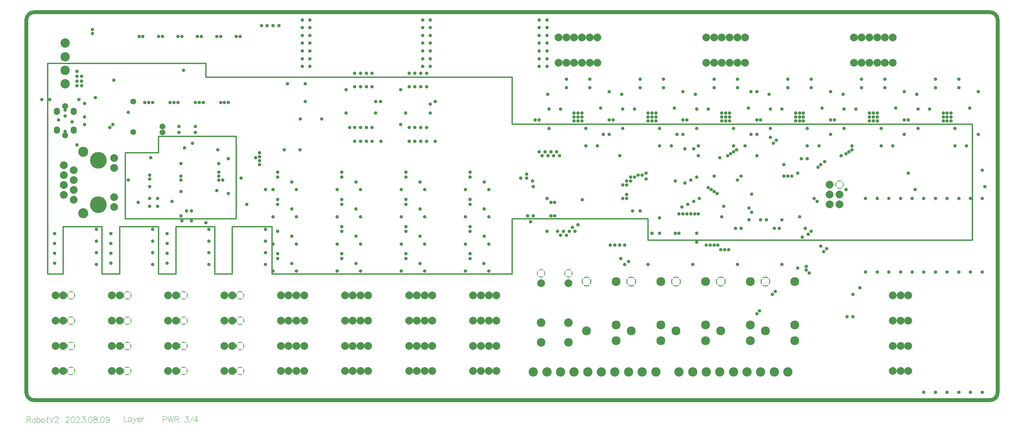
<source format=gbr>
G04*
G04 #@! TF.GenerationSoftware,Altium Limited,Altium Designer,23.8.1 (32)*
G04*
G04 Layer_Physical_Order=3*
G04 Layer_Color=128*
%FSLAX44Y44*%
%MOMM*%
G71*
G04*
G04 #@! TF.SameCoordinates,F21A4230-7023-44C8-9C34-A26C4C793EA4*
G04*
G04*
G04 #@! TF.FilePolarity,Negative*
G04*
G01*
G75*
%ADD21C,0.1000*%
%ADD102C,0.3000*%
%ADD115C,1.0160*%
%ADD116C,2.0000*%
G04:AMPARAMS|DCode=117|XSize=2.2mm|YSize=2.2mm|CornerRadius=0mm|HoleSize=0mm|Usage=FLASHONLY|Rotation=0.000|XOffset=0mm|YOffset=0mm|HoleType=Round|Shape=Relief|Width=0.3mm|Gap=0.2mm|Entries=4|*
%AMTHD117*
7,0,0,2.2000,1.8000,0.3000,45*
%
%ADD117THD117*%
%ADD118C,2.2000*%
%ADD119C,1.5000*%
%ADD120C,2.4000*%
%ADD122C,2.3000*%
%ADD123C,4.3000*%
%ADD125C,1.5500*%
%ADD126O,1.6000X1.9000*%
%ADD127C,0.9000*%
G04:AMPARAMS|DCode=128|XSize=2.5mm|YSize=2.5mm|CornerRadius=0mm|HoleSize=0mm|Usage=FLASHONLY|Rotation=0.000|XOffset=0mm|YOffset=0mm|HoleType=Round|Shape=Relief|Width=0.3mm|Gap=0.2mm|Entries=4|*
%AMTHD128*
7,0,0,2.5000,2.1000,0.3000,45*
%
%ADD128THD128*%
%ADD129C,2.6000*%
D21*
X-899000Y-549286D02*
X-892573D01*
X-890431Y-548572D01*
X-889716Y-547858D01*
X-889002Y-546429D01*
Y-544287D01*
X-889716Y-542859D01*
X-890431Y-542145D01*
X-892573Y-541430D01*
X-899000D01*
Y-556427D01*
X-885646Y-541430D02*
X-882075Y-556427D01*
X-878504Y-541430D02*
X-882075Y-556427D01*
X-878504Y-541430D02*
X-874934Y-556427D01*
X-871363Y-541430D02*
X-874934Y-556427D01*
X-868364Y-541430D02*
Y-556427D01*
Y-541430D02*
X-861937D01*
X-859794Y-542145D01*
X-859080Y-542859D01*
X-858366Y-544287D01*
Y-545715D01*
X-859080Y-547144D01*
X-859794Y-547858D01*
X-861937Y-548572D01*
X-868364D01*
X-863365D02*
X-858366Y-556427D01*
X-841798Y-541430D02*
X-833943D01*
X-838227Y-547144D01*
X-836085D01*
X-834657Y-547858D01*
X-833943Y-548572D01*
X-833228Y-550714D01*
Y-552142D01*
X-833943Y-554285D01*
X-835371Y-555713D01*
X-837513Y-556427D01*
X-839656D01*
X-841798Y-555713D01*
X-842512Y-554999D01*
X-843226Y-553571D01*
X-829872Y-558570D02*
X-819874Y-541430D01*
X-811733D02*
X-818874Y-551428D01*
X-808162D01*
X-811733Y-541430D02*
Y-556427D01*
X1250000Y480000D02*
G03*
X1230000Y500000I-20000J0D01*
G01*
X1230000Y-500000D02*
G03*
X1250000Y-480000I0J20000D01*
G01*
X-1230000Y500000D02*
G03*
X-1250000Y480000I0J-20000D01*
G01*
X-1249910Y-480090D02*
G03*
X-1230000Y-499910I19910J90D01*
G01*
X1250000Y-480000D02*
Y480000D01*
X-1230000Y500000D02*
X1230000D01*
X-1230000Y-500000D02*
X1230000D01*
X-1249910Y-480090D02*
Y480090D01*
X-1148286Y-546072D02*
Y-545358D01*
X-1147572Y-543930D01*
X-1146858Y-543216D01*
X-1145429Y-542502D01*
X-1142573D01*
X-1141145Y-543216D01*
X-1140430Y-543930D01*
X-1139716Y-545358D01*
Y-546786D01*
X-1140430Y-548215D01*
X-1141859Y-550357D01*
X-1149000Y-557498D01*
X-1139002D01*
X-1131361Y-542502D02*
X-1133503Y-543216D01*
X-1134932Y-545358D01*
X-1135646Y-548929D01*
Y-551071D01*
X-1134932Y-554642D01*
X-1133503Y-556784D01*
X-1131361Y-557498D01*
X-1129933D01*
X-1127790Y-556784D01*
X-1126362Y-554642D01*
X-1125648Y-551071D01*
Y-548929D01*
X-1126362Y-545358D01*
X-1127790Y-543216D01*
X-1129933Y-542502D01*
X-1131361D01*
X-1121577Y-546072D02*
Y-545358D01*
X-1120863Y-543930D01*
X-1120149Y-543216D01*
X-1118721Y-542502D01*
X-1115864D01*
X-1114436Y-543216D01*
X-1113722Y-543930D01*
X-1113008Y-545358D01*
Y-546786D01*
X-1113722Y-548215D01*
X-1115150Y-550357D01*
X-1122291Y-557498D01*
X-1112294D01*
X-1107509Y-542502D02*
X-1099653D01*
X-1103938Y-548215D01*
X-1101796D01*
X-1100368Y-548929D01*
X-1099653Y-549643D01*
X-1098939Y-551785D01*
Y-553214D01*
X-1099653Y-555356D01*
X-1101082Y-556784D01*
X-1103224Y-557498D01*
X-1105367D01*
X-1107509Y-556784D01*
X-1108223Y-556070D01*
X-1108937Y-554642D01*
X-1094869Y-556070D02*
X-1095583Y-556784D01*
X-1094869Y-557498D01*
X-1094155Y-556784D01*
X-1094869Y-556070D01*
X-1086585Y-542502D02*
X-1088727Y-543216D01*
X-1090155Y-545358D01*
X-1090870Y-548929D01*
Y-551071D01*
X-1090155Y-554642D01*
X-1088727Y-556784D01*
X-1086585Y-557498D01*
X-1085157D01*
X-1083014Y-556784D01*
X-1081586Y-554642D01*
X-1080872Y-551071D01*
Y-548929D01*
X-1081586Y-545358D01*
X-1083014Y-543216D01*
X-1085157Y-542502D01*
X-1086585D01*
X-1073945D02*
X-1076087Y-543216D01*
X-1076801Y-544644D01*
Y-546072D01*
X-1076087Y-547500D01*
X-1074659Y-548215D01*
X-1071802Y-548929D01*
X-1069660Y-549643D01*
X-1068232Y-551071D01*
X-1067517Y-552500D01*
Y-554642D01*
X-1068232Y-556070D01*
X-1068946Y-556784D01*
X-1071088Y-557498D01*
X-1073945D01*
X-1076087Y-556784D01*
X-1076801Y-556070D01*
X-1077515Y-554642D01*
Y-552500D01*
X-1076801Y-551071D01*
X-1075373Y-549643D01*
X-1073231Y-548929D01*
X-1070374Y-548215D01*
X-1068946Y-547500D01*
X-1068232Y-546072D01*
Y-544644D01*
X-1068946Y-543216D01*
X-1071088Y-542502D01*
X-1073945D01*
X-1063447Y-556070D02*
X-1064161Y-556784D01*
X-1063447Y-557498D01*
X-1062733Y-556784D01*
X-1063447Y-556070D01*
X-1055163Y-542502D02*
X-1057305Y-543216D01*
X-1058734Y-545358D01*
X-1059448Y-548929D01*
Y-551071D01*
X-1058734Y-554642D01*
X-1057305Y-556784D01*
X-1055163Y-557498D01*
X-1053735D01*
X-1051592Y-556784D01*
X-1050164Y-554642D01*
X-1049450Y-551071D01*
Y-548929D01*
X-1050164Y-545358D01*
X-1051592Y-543216D01*
X-1053735Y-542502D01*
X-1055163D01*
X-1036810Y-547500D02*
X-1037524Y-549643D01*
X-1038952Y-551071D01*
X-1041095Y-551785D01*
X-1041809D01*
X-1043951Y-551071D01*
X-1045379Y-549643D01*
X-1046094Y-547500D01*
Y-546786D01*
X-1045379Y-544644D01*
X-1043951Y-543216D01*
X-1041809Y-542502D01*
X-1041095D01*
X-1038952Y-543216D01*
X-1037524Y-544644D01*
X-1036810Y-547500D01*
Y-551071D01*
X-1037524Y-554642D01*
X-1038952Y-556784D01*
X-1041095Y-557498D01*
X-1042523D01*
X-1044665Y-556784D01*
X-1045379Y-555356D01*
X-1249000Y-542502D02*
Y-557498D01*
Y-542502D02*
X-1242573D01*
X-1240430Y-543216D01*
X-1239716Y-543930D01*
X-1239002Y-545358D01*
Y-546786D01*
X-1239716Y-548215D01*
X-1240430Y-548929D01*
X-1242573Y-549643D01*
X-1249000D01*
X-1244001D02*
X-1239002Y-557498D01*
X-1232075Y-547500D02*
X-1233503Y-548215D01*
X-1234932Y-549643D01*
X-1235646Y-551785D01*
Y-553214D01*
X-1234932Y-555356D01*
X-1233503Y-556784D01*
X-1232075Y-557498D01*
X-1229933D01*
X-1228504Y-556784D01*
X-1227076Y-555356D01*
X-1226362Y-553214D01*
Y-551785D01*
X-1227076Y-549643D01*
X-1228504Y-548215D01*
X-1229933Y-547500D01*
X-1232075D01*
X-1223077Y-542502D02*
Y-557498D01*
Y-549643D02*
X-1221649Y-548215D01*
X-1220220Y-547500D01*
X-1218078D01*
X-1216650Y-548215D01*
X-1215221Y-549643D01*
X-1214507Y-551785D01*
Y-553214D01*
X-1215221Y-555356D01*
X-1216650Y-556784D01*
X-1218078Y-557498D01*
X-1220220D01*
X-1221649Y-556784D01*
X-1223077Y-555356D01*
X-1207723Y-547500D02*
X-1209151Y-548215D01*
X-1210580Y-549643D01*
X-1211294Y-551785D01*
Y-553214D01*
X-1210580Y-555356D01*
X-1209151Y-556784D01*
X-1207723Y-557498D01*
X-1205581D01*
X-1204153Y-556784D01*
X-1202724Y-555356D01*
X-1202010Y-553214D01*
Y-551785D01*
X-1202724Y-549643D01*
X-1204153Y-548215D01*
X-1205581Y-547500D01*
X-1207723D01*
X-1196583Y-542502D02*
Y-554642D01*
X-1195869Y-556784D01*
X-1194440Y-557498D01*
X-1193012D01*
X-1198725Y-547500D02*
X-1193726D01*
X-1190870Y-542502D02*
X-1185156Y-557498D01*
X-1179444Y-542502D02*
X-1185156Y-557498D01*
X-1176801Y-546072D02*
Y-545358D01*
X-1176087Y-543930D01*
X-1175373Y-543216D01*
X-1173945Y-542502D01*
X-1171088D01*
X-1169660Y-543216D01*
X-1168946Y-543930D01*
X-1168232Y-545358D01*
Y-546786D01*
X-1168946Y-548215D01*
X-1170374Y-550357D01*
X-1177515Y-557498D01*
X-1167517D01*
X-999000Y-540002D02*
Y-554999D01*
X-990430D01*
X-980218Y-545001D02*
Y-554999D01*
Y-547144D02*
X-981647Y-545715D01*
X-983075Y-545001D01*
X-985217D01*
X-986646Y-545715D01*
X-988074Y-547144D01*
X-988788Y-549286D01*
Y-550714D01*
X-988074Y-552856D01*
X-986646Y-554285D01*
X-985217Y-554999D01*
X-983075D01*
X-981647Y-554285D01*
X-980218Y-552856D01*
X-975505Y-545001D02*
X-971220Y-554999D01*
X-966936Y-545001D02*
X-971220Y-554999D01*
X-972648Y-557855D01*
X-974077Y-559284D01*
X-975505Y-559998D01*
X-976219D01*
X-964436Y-549286D02*
X-955866D01*
Y-547858D01*
X-956581Y-546429D01*
X-957295Y-545715D01*
X-958723Y-545001D01*
X-960865D01*
X-962294Y-545715D01*
X-963722Y-547144D01*
X-964436Y-549286D01*
Y-550714D01*
X-963722Y-552856D01*
X-962294Y-554285D01*
X-960865Y-554999D01*
X-958723D01*
X-957295Y-554285D01*
X-955866Y-552856D01*
X-952653Y-545001D02*
Y-554999D01*
Y-549286D02*
X-951939Y-547144D01*
X-950510Y-545715D01*
X-949082Y-545001D01*
X-946940D01*
D102*
X-1195000Y367500D02*
X-787500Y367500D01*
X1185000Y-87500D02*
Y211250D01*
X0D02*
X1185000D01*
X350000Y-87500D02*
X1185000D01*
X-765000Y-175000D02*
Y-52500D01*
X-865000D02*
X-765000D01*
X-1155000Y-175000D02*
Y-52500D01*
X-1010000Y-175000D02*
Y-52500D01*
X-865000Y-175000D02*
Y-52500D01*
X-720000Y-175000D02*
Y-52500D01*
X-1195000Y-175000D02*
X-1155000D01*
X-1055000D02*
X-1010000D01*
X-910000D02*
X-865000D01*
X-1155000Y-52500D02*
X-1055000D01*
X-1010000D02*
X-910000D01*
Y137500D02*
Y180000D01*
X-995000Y137500D02*
X-910000D01*
X-995000Y100000D02*
Y137500D01*
X-910000Y180000D02*
X-710000D01*
Y-32500D02*
Y180000D01*
X-995000Y-32500D02*
X-710000D01*
X-995000D02*
Y100000D01*
X350000Y-87500D02*
Y-32500D01*
X0D02*
X350000D01*
X0Y-175000D02*
Y-32500D01*
X-617500Y-175000D02*
X0D01*
X-617500D02*
Y-52500D01*
X-720000D02*
X-617500D01*
X-765000Y-175000D02*
X-720000D01*
X-910000D02*
Y-52500D01*
X-1055000Y-175000D02*
Y-52500D01*
X-1195000Y367500D02*
X-1195000Y-175000D01*
X-787500Y332500D02*
Y367500D01*
Y332500D02*
X0D01*
Y211250D02*
Y332500D01*
D115*
X-1249910Y-480090D02*
G03*
X-1230000Y-499910I19910J90D01*
G01*
X1250000Y480000D02*
G03*
X1230000Y500000I-20000J0D01*
G01*
X-1230000Y500000D02*
G03*
X-1250000Y480000I0J-20000D01*
G01*
X1230000Y-500000D02*
G03*
X1250000Y-480000I0J20000D01*
G01*
X-1249910Y-480090D02*
Y480090D01*
X-1250000Y480000D02*
X-1249910Y480090D01*
X-1230000Y500000D02*
X1230000D01*
X1250000Y-480000D02*
X1250000Y480000D01*
X-1230000Y-500000D02*
X1230000D01*
X-1230000D02*
Y-499910D01*
D116*
X-865000Y-230000D02*
D03*
X-885000D02*
D03*
X-865000Y-295000D02*
D03*
X-885000D02*
D03*
X-865000Y-360000D02*
D03*
X-885000D02*
D03*
X-865000Y-425000D02*
D03*
X-885000D02*
D03*
X-1175000Y-425000D02*
D03*
X-1155000D02*
D03*
X-1175000Y-360000D02*
D03*
X-1155000D02*
D03*
X-1175000Y-295000D02*
D03*
X-1155000D02*
D03*
X-1175000Y-230000D02*
D03*
X-1155000D02*
D03*
X-720000D02*
D03*
X-740000D02*
D03*
X-720000Y-295000D02*
D03*
X-740000D02*
D03*
X-720000Y-360000D02*
D03*
X-740000D02*
D03*
X-720000Y-425000D02*
D03*
X-740000D02*
D03*
X-1030000D02*
D03*
X-1010000D02*
D03*
X-1030000Y-360000D02*
D03*
X-1010000D02*
D03*
X-1030000Y-295000D02*
D03*
X-1010000D02*
D03*
X-1030000Y-230000D02*
D03*
X-1010000D02*
D03*
X1020000D02*
D03*
X1000000D02*
D03*
X980000D02*
D03*
X1020000Y-295000D02*
D03*
X1000000D02*
D03*
X980000D02*
D03*
X1020000Y-360000D02*
D03*
X1000000D02*
D03*
X980000D02*
D03*
X1020000Y-425000D02*
D03*
X1000000D02*
D03*
X980000D02*
D03*
X842700Y30000D02*
D03*
X817300D02*
D03*
X842700Y4600D02*
D03*
X817300D02*
D03*
Y55400D02*
D03*
X145000Y-198400D02*
D03*
X-1153823Y105400D02*
D03*
Y80000D02*
D03*
Y54600D02*
D03*
Y29200D02*
D03*
X-1128423Y16500D02*
D03*
Y41900D02*
D03*
Y67300D02*
D03*
Y92700D02*
D03*
X-1023823Y-2300D02*
D03*
Y23100D02*
D03*
Y98800D02*
D03*
Y124200D02*
D03*
X-100000Y-230000D02*
D03*
X-100000Y-295000D02*
D03*
X-100000Y-360000D02*
D03*
X-100000Y-425000D02*
D03*
X-40000Y-230000D02*
D03*
X-60000D02*
D03*
X-80000D02*
D03*
X-40000Y-295000D02*
D03*
X-60000D02*
D03*
X-80000D02*
D03*
X-40000Y-360000D02*
D03*
X-60000D02*
D03*
X-80000D02*
D03*
X-40000Y-425000D02*
D03*
X-60000D02*
D03*
X-80000D02*
D03*
X600000Y435000D02*
D03*
X600000Y370000D02*
D03*
X560000Y435000D02*
D03*
X540000D02*
D03*
X580000D02*
D03*
X520000D02*
D03*
X560000Y370000D02*
D03*
X540000D02*
D03*
X580000D02*
D03*
X520000D02*
D03*
X500000Y435000D02*
D03*
X500000Y370000D02*
D03*
X980000Y435000D02*
D03*
X980000Y370000D02*
D03*
X940000Y435000D02*
D03*
X920000D02*
D03*
X960000D02*
D03*
X900000D02*
D03*
X940000Y370000D02*
D03*
X920000D02*
D03*
X960000D02*
D03*
X900000D02*
D03*
X880000Y435000D02*
D03*
X880000Y370000D02*
D03*
X120000D02*
D03*
X120000Y435000D02*
D03*
X140000Y370000D02*
D03*
X200000D02*
D03*
X160000D02*
D03*
X180000D02*
D03*
X140000Y435000D02*
D03*
X200000D02*
D03*
X160000D02*
D03*
X180000D02*
D03*
X220000Y370000D02*
D03*
X220000Y435000D02*
D03*
X-595000Y-230000D02*
D03*
X-595000Y-295000D02*
D03*
X-595000Y-360000D02*
D03*
X-595000Y-425000D02*
D03*
X-535000Y-230000D02*
D03*
X-555000D02*
D03*
X-575000D02*
D03*
X-535000Y-295000D02*
D03*
X-555000D02*
D03*
X-575000D02*
D03*
X-535000Y-360000D02*
D03*
X-555000D02*
D03*
X-575000D02*
D03*
X-535000Y-425000D02*
D03*
X-555000D02*
D03*
X-575000D02*
D03*
X-245000D02*
D03*
X-225000D02*
D03*
X-205000D02*
D03*
X-245000Y-360000D02*
D03*
X-225000D02*
D03*
X-205000D02*
D03*
X-245000Y-295000D02*
D03*
X-225000D02*
D03*
X-205000D02*
D03*
X-245000Y-230000D02*
D03*
X-225000D02*
D03*
X-205000D02*
D03*
X-265000Y-425000D02*
D03*
X-265000Y-360000D02*
D03*
X-265000Y-295000D02*
D03*
X-265000Y-230000D02*
D03*
X-430000D02*
D03*
X-430000Y-295000D02*
D03*
X-430000Y-360000D02*
D03*
X-430000Y-425000D02*
D03*
X-370000Y-230000D02*
D03*
X-390000D02*
D03*
X-410000D02*
D03*
X-370000Y-295000D02*
D03*
X-390000D02*
D03*
X-410000D02*
D03*
X-370000Y-360000D02*
D03*
X-390000D02*
D03*
X-410000D02*
D03*
X-370000Y-425000D02*
D03*
X-390000D02*
D03*
X-410000D02*
D03*
X75000Y-198400D02*
D03*
D117*
X-845000Y-230000D02*
D03*
X-845000Y-295000D02*
D03*
X-845000Y-360000D02*
D03*
X-845000Y-425000D02*
D03*
X-1135000Y-425000D02*
D03*
X-1135000Y-360000D02*
D03*
X-1135000Y-295000D02*
D03*
X-1135000Y-230000D02*
D03*
X-700000D02*
D03*
X-700000Y-295000D02*
D03*
X-700000Y-360000D02*
D03*
X-700000Y-425000D02*
D03*
X-990000D02*
D03*
X-990000Y-360000D02*
D03*
X-990000Y-295000D02*
D03*
X-990000Y-230000D02*
D03*
X842700Y55400D02*
D03*
X145000Y-173000D02*
D03*
X75000D02*
D03*
D118*
X145000Y-350800D02*
D03*
Y-300000D02*
D03*
X75000D02*
D03*
Y-350800D02*
D03*
D119*
X-975000Y190548D02*
D03*
X-900000Y190000D02*
D03*
Y205000D02*
D03*
X-975000Y270000D02*
D03*
D120*
X-1150000Y420000D02*
D03*
Y385000D02*
D03*
Y350000D02*
D03*
Y315000D02*
D03*
X55000Y-427500D02*
D03*
X300000D02*
D03*
X90000D02*
D03*
X195000D02*
D03*
X265000D02*
D03*
X370000D02*
D03*
X125000D02*
D03*
X160000D02*
D03*
X230000D02*
D03*
X335000D02*
D03*
X675000D02*
D03*
X430000D02*
D03*
X465000D02*
D03*
X500000D02*
D03*
X535000D02*
D03*
X570000D02*
D03*
X605000D02*
D03*
X640000D02*
D03*
X710000D02*
D03*
D122*
X728001Y-306401D02*
D03*
Y-346401D02*
D03*
Y-194001D02*
D03*
X652001Y-321001D02*
D03*
X498001Y-306401D02*
D03*
Y-346401D02*
D03*
Y-194001D02*
D03*
X422001Y-321001D02*
D03*
X307001D02*
D03*
X383001Y-194001D02*
D03*
Y-346401D02*
D03*
Y-306401D02*
D03*
X192001Y-321001D02*
D03*
X268001Y-194001D02*
D03*
Y-346401D02*
D03*
Y-306401D02*
D03*
X537001Y-321001D02*
D03*
X613001Y-194001D02*
D03*
Y-346401D02*
D03*
Y-306401D02*
D03*
D123*
X-1064923Y118100D02*
D03*
Y3800D02*
D03*
D125*
X-1150000Y257500D02*
D03*
Y182500D02*
D03*
D126*
X-1128500Y244000D02*
D03*
X-1171500D02*
D03*
X-1128500Y196000D02*
D03*
X-1171500D02*
D03*
D127*
X1060000Y-480000D02*
D03*
X1090000D02*
D03*
X1120000D02*
D03*
X1150000D02*
D03*
X1180000D02*
D03*
X1210000D02*
D03*
X90000Y480000D02*
D03*
X1210000Y-170000D02*
D03*
X1180000D02*
D03*
X1150000D02*
D03*
X1120000D02*
D03*
X1090000D02*
D03*
X1060000D02*
D03*
X1030000D02*
D03*
X1000000D02*
D03*
X970000D02*
D03*
X940000D02*
D03*
X910000D02*
D03*
X1210000Y20000D02*
D03*
X1180000D02*
D03*
X1150000D02*
D03*
X1120000D02*
D03*
X1090000D02*
D03*
X1060000D02*
D03*
X1030000D02*
D03*
X1000000D02*
D03*
X970000D02*
D03*
X940000D02*
D03*
X910000D02*
D03*
X877500Y-285000D02*
D03*
X862500D02*
D03*
X802500Y-117500D02*
D03*
X810000Y-110000D02*
D03*
X795000Y-102500D02*
D03*
X637500Y-270000D02*
D03*
X630000Y-277500D02*
D03*
X877500Y-227500D02*
D03*
X785000Y12500D02*
D03*
X777500Y20000D02*
D03*
X867500Y140000D02*
D03*
X670000Y-227500D02*
D03*
X677500Y-220000D02*
D03*
X895000Y-210000D02*
D03*
X557500Y-112500D02*
D03*
X547500Y-112500D02*
D03*
X537500Y-112500D02*
D03*
X530000Y-100000D02*
D03*
X875000Y155000D02*
D03*
Y145000D02*
D03*
X860000Y135000D02*
D03*
X577500Y145000D02*
D03*
X570000Y140000D02*
D03*
X562500Y135000D02*
D03*
X555000Y130000D02*
D03*
X535000Y125000D02*
D03*
X467500Y147500D02*
D03*
X475000Y-92500D02*
D03*
X540000Y-27500D02*
D03*
X160000Y240000D02*
D03*
Y230000D02*
D03*
Y220000D02*
D03*
X170000D02*
D03*
X180000D02*
D03*
Y230000D02*
D03*
Y240000D02*
D03*
X170000D02*
D03*
Y230000D02*
D03*
X847500Y130000D02*
D03*
X630000D02*
D03*
X680000Y170000D02*
D03*
X672500Y162500D02*
D03*
X665000Y177500D02*
D03*
X445000Y147500D02*
D03*
X-1080000Y445000D02*
D03*
Y455000D02*
D03*
X-815000Y205000D02*
D03*
Y190000D02*
D03*
X-1025000Y325000D02*
D03*
X-1190000Y275000D02*
D03*
X70000Y222500D02*
D03*
X60000D02*
D03*
X-930000Y125000D02*
D03*
X-757500Y145000D02*
D03*
X-230000Y480000D02*
D03*
Y460000D02*
D03*
Y440000D02*
D03*
Y420000D02*
D03*
Y400000D02*
D03*
Y380000D02*
D03*
Y360000D02*
D03*
X-210000D02*
D03*
Y380000D02*
D03*
Y400000D02*
D03*
Y420000D02*
D03*
Y440000D02*
D03*
Y460000D02*
D03*
Y480000D02*
D03*
X70000Y360000D02*
D03*
Y380000D02*
D03*
Y400000D02*
D03*
Y420000D02*
D03*
Y440000D02*
D03*
Y460000D02*
D03*
Y480000D02*
D03*
X-520000D02*
D03*
Y460000D02*
D03*
Y440000D02*
D03*
Y420000D02*
D03*
Y400000D02*
D03*
Y380000D02*
D03*
Y360000D02*
D03*
X-540000D02*
D03*
X90000D02*
D03*
Y380000D02*
D03*
Y400000D02*
D03*
Y420000D02*
D03*
Y440000D02*
D03*
Y460000D02*
D03*
X-540000Y380000D02*
D03*
Y400000D02*
D03*
Y420000D02*
D03*
Y440000D02*
D03*
Y460000D02*
D03*
Y480000D02*
D03*
X700000Y107500D02*
D03*
X745000Y122500D02*
D03*
X760000D02*
D03*
X277500Y130000D02*
D03*
X787500Y100000D02*
D03*
X795000Y107500D02*
D03*
X805000Y115000D02*
D03*
X860000Y42500D02*
D03*
X735000Y85000D02*
D03*
X580000Y67500D02*
D03*
X520000Y77500D02*
D03*
X770000Y-65000D02*
D03*
X1037500Y42500D02*
D03*
X1217500Y50000D02*
D03*
X762500Y-72500D02*
D03*
X590000Y77500D02*
D03*
X755000Y-57500D02*
D03*
X1210000Y92500D02*
D03*
X1020000Y85000D02*
D03*
X662000Y288000D02*
D03*
X747500Y-80000D02*
D03*
X720000Y77500D02*
D03*
X740000Y-27500D02*
D03*
X710000Y77500D02*
D03*
X700000D02*
D03*
X380000Y-30000D02*
D03*
X615000Y295000D02*
D03*
X735000Y-160000D02*
D03*
X757500Y-165000D02*
D03*
Y-155000D02*
D03*
X765000Y-172500D02*
D03*
X675000Y-57500D02*
D03*
X687500D02*
D03*
X695000Y-35000D02*
D03*
X655000D02*
D03*
X430000Y-20000D02*
D03*
X440000Y-20000D02*
D03*
X450000Y-20000D02*
D03*
X460000D02*
D03*
X470000D02*
D03*
X480000D02*
D03*
X420000Y-70000D02*
D03*
X430000D02*
D03*
X520000Y-100000D02*
D03*
X510000D02*
D03*
X500000Y-100000D02*
D03*
X590000Y-57500D02*
D03*
X575000D02*
D03*
X545000Y0D02*
D03*
X617000Y-15500D02*
D03*
Y30500D02*
D03*
X527500Y32500D02*
D03*
X452500Y5000D02*
D03*
X295000Y55000D02*
D03*
X330000Y-12500D02*
D03*
X345000Y85000D02*
D03*
X300000Y-142500D02*
D03*
X295000Y20000D02*
D03*
X505000Y47500D02*
D03*
X460000Y67500D02*
D03*
X295000Y65000D02*
D03*
X285000Y55000D02*
D03*
X520000Y37500D02*
D03*
X437500Y-2500D02*
D03*
X295000Y30000D02*
D03*
X325000Y80000D02*
D03*
X310000Y-12500D02*
D03*
X420000Y65000D02*
D03*
X467500Y12500D02*
D03*
X285000Y20000D02*
D03*
X480000Y130000D02*
D03*
X315000Y75000D02*
D03*
X280000Y-135000D02*
D03*
X305000Y65000D02*
D03*
X482500Y20000D02*
D03*
X305000Y75000D02*
D03*
X290000Y-150000D02*
D03*
X512500Y42500D02*
D03*
X475000Y75000D02*
D03*
X445000Y60000D02*
D03*
X335000Y80000D02*
D03*
X615000Y185000D02*
D03*
X480000Y155000D02*
D03*
X425000Y185000D02*
D03*
X235000D02*
D03*
X475000Y-70000D02*
D03*
X90000Y-65000D02*
D03*
Y20000D02*
D03*
X100000Y10000D02*
D03*
Y-25000D02*
D03*
X110000Y10000D02*
D03*
Y-25000D02*
D03*
X380000Y-70000D02*
D03*
X695000Y-150000D02*
D03*
X580000D02*
D03*
X465000D02*
D03*
X350000D02*
D03*
X170000Y-47500D02*
D03*
X162500Y-65000D02*
D03*
X155000Y-55000D02*
D03*
X147500Y-65000D02*
D03*
X252500Y-100000D02*
D03*
X140000Y-75000D02*
D03*
X125000D02*
D03*
X132500Y-65000D02*
D03*
X117500D02*
D03*
X360000Y-70000D02*
D03*
X47500Y-40000D02*
D03*
X55000Y-25000D02*
D03*
X40000D02*
D03*
X52500Y65000D02*
D03*
X55000Y50000D02*
D03*
X37500Y82500D02*
D03*
X22500Y72500D02*
D03*
X37500D02*
D03*
X85000Y139986D02*
D03*
X70000Y139986D02*
D03*
X107500Y129986D02*
D03*
X122500Y130000D02*
D03*
X100000Y139986D02*
D03*
X92500Y129986D02*
D03*
X77500D02*
D03*
X115000Y140000D02*
D03*
X-635000Y42500D02*
D03*
X290000Y-100000D02*
D03*
X277500D02*
D03*
X265000D02*
D03*
X640000Y-35000D02*
D03*
X610000D02*
D03*
X610000Y-5000D02*
D03*
X180549Y16626D02*
D03*
X345000Y70000D02*
D03*
X1200000Y185000D02*
D03*
X-60000Y-167500D02*
D03*
X-450000D02*
D03*
X-237000Y-147500D02*
D03*
X-72000D02*
D03*
X-108000Y-122500D02*
D03*
Y-135000D02*
D03*
X-60000Y42500D02*
D03*
X-120000D02*
D03*
Y-27500D02*
D03*
X-60000D02*
D03*
X-120000Y-97500D02*
D03*
X-60000D02*
D03*
X-120000Y-167500D02*
D03*
X-71925Y-77500D02*
D03*
X-108075Y-65000D02*
D03*
Y-52500D02*
D03*
Y5000D02*
D03*
Y17500D02*
D03*
Y75000D02*
D03*
Y87500D02*
D03*
X-71925Y-7500D02*
D03*
Y62500D02*
D03*
X-225000Y42500D02*
D03*
X-285000D02*
D03*
Y-27500D02*
D03*
X-225000D02*
D03*
X-285000Y-97500D02*
D03*
X-225000D02*
D03*
X-285000Y-167500D02*
D03*
X-236925Y-77500D02*
D03*
X-273075Y-135000D02*
D03*
Y-122500D02*
D03*
X-225000Y-167500D02*
D03*
X-273075Y-65000D02*
D03*
Y-52500D02*
D03*
Y5000D02*
D03*
Y17500D02*
D03*
Y75000D02*
D03*
Y87500D02*
D03*
X-236925Y-7500D02*
D03*
Y62500D02*
D03*
X-390000Y42500D02*
D03*
X-450000D02*
D03*
Y-27500D02*
D03*
X-390000D02*
D03*
X-450000Y-97500D02*
D03*
X-390000D02*
D03*
X-401925Y-147500D02*
D03*
Y-77500D02*
D03*
X-438075Y-135000D02*
D03*
Y-122500D02*
D03*
X-390000Y-167500D02*
D03*
X-438075Y-65000D02*
D03*
Y-52500D02*
D03*
Y5000D02*
D03*
Y17500D02*
D03*
Y75000D02*
D03*
Y87500D02*
D03*
X-401925Y-7500D02*
D03*
Y62500D02*
D03*
X-566925D02*
D03*
Y-7500D02*
D03*
X-603075Y87500D02*
D03*
Y75000D02*
D03*
Y17500D02*
D03*
Y5000D02*
D03*
Y-65000D02*
D03*
X-555000Y-167500D02*
D03*
X-603075Y-122500D02*
D03*
Y-135000D02*
D03*
X-566925Y-77500D02*
D03*
Y-147500D02*
D03*
X-615000Y-167500D02*
D03*
X-555000Y-97500D02*
D03*
X-615000D02*
D03*
X-555000Y-27500D02*
D03*
X-615000D02*
D03*
Y42500D02*
D03*
X-555000D02*
D03*
X-950000Y437500D02*
D03*
X-900000D02*
D03*
X-850000D02*
D03*
X-800000D02*
D03*
X-750000D02*
D03*
X-700000D02*
D03*
X-710000D02*
D03*
X-760000D02*
D03*
X-810000D02*
D03*
X-860000D02*
D03*
X-960000D02*
D03*
X-910000D02*
D03*
X1010000Y222500D02*
D03*
X1020000D02*
D03*
X1045000Y250000D02*
D03*
Y200000D02*
D03*
X1075000Y250000D02*
D03*
X1140000Y200000D02*
D03*
X1090000Y327500D02*
D03*
X1150000D02*
D03*
Y305000D02*
D03*
X1090000D02*
D03*
X1042000Y288000D02*
D03*
X1178000Y253000D02*
D03*
X1140000Y155000D02*
D03*
X1170000D02*
D03*
X1200000Y295000D02*
D03*
X820000Y222500D02*
D03*
X830000D02*
D03*
X855000Y250000D02*
D03*
Y200000D02*
D03*
X885000Y250000D02*
D03*
X950000Y200000D02*
D03*
X900000Y327500D02*
D03*
X960000D02*
D03*
Y305000D02*
D03*
X900000D02*
D03*
X852000Y288000D02*
D03*
X988000Y253000D02*
D03*
X950000Y155000D02*
D03*
X980000D02*
D03*
X1010000Y185000D02*
D03*
Y295000D02*
D03*
X630000Y222500D02*
D03*
X640000D02*
D03*
X665000Y250000D02*
D03*
Y200000D02*
D03*
X695000Y250000D02*
D03*
X760000Y200000D02*
D03*
X710000Y327500D02*
D03*
X770000D02*
D03*
Y305000D02*
D03*
X710000D02*
D03*
X798000Y253000D02*
D03*
X760000Y155000D02*
D03*
X790000D02*
D03*
X820000Y185000D02*
D03*
Y295000D02*
D03*
X440000Y222500D02*
D03*
X450000D02*
D03*
X475000Y250000D02*
D03*
Y200000D02*
D03*
X505000Y250000D02*
D03*
X570000Y200000D02*
D03*
X520000Y327500D02*
D03*
X580000D02*
D03*
Y305000D02*
D03*
X520000D02*
D03*
X472000Y288000D02*
D03*
X608000Y253000D02*
D03*
X570000Y155000D02*
D03*
X600000D02*
D03*
X630000Y185000D02*
D03*
Y295000D02*
D03*
X250000Y222500D02*
D03*
X260000D02*
D03*
X285000Y250000D02*
D03*
Y200000D02*
D03*
X315000Y250000D02*
D03*
X380000Y200000D02*
D03*
X330000Y327500D02*
D03*
X390000D02*
D03*
Y305000D02*
D03*
X330000D02*
D03*
X282000Y288000D02*
D03*
X418000Y253000D02*
D03*
X380000Y155000D02*
D03*
X410000D02*
D03*
X440000Y185000D02*
D03*
Y295000D02*
D03*
X250000D02*
D03*
Y185000D02*
D03*
X220000Y155000D02*
D03*
X190000D02*
D03*
X228000Y253000D02*
D03*
X92000Y288000D02*
D03*
X140000Y305000D02*
D03*
X200000D02*
D03*
Y327500D02*
D03*
X140000D02*
D03*
X190000Y200000D02*
D03*
X125000Y250000D02*
D03*
X95000Y200000D02*
D03*
Y250000D02*
D03*
X-845000Y350000D02*
D03*
X-1072499Y279449D02*
D03*
X-1115000Y275000D02*
D03*
X-1210000Y275000D02*
D03*
X-635000Y-60000D02*
D03*
Y-90000D02*
D03*
Y-120000D02*
D03*
Y-150000D02*
D03*
X-780000Y-60000D02*
D03*
Y-90000D02*
D03*
Y-120000D02*
D03*
Y-150000D02*
D03*
X-925000Y-60000D02*
D03*
Y-90000D02*
D03*
Y-120000D02*
D03*
Y-150000D02*
D03*
X-1070000D02*
D03*
X-682500Y5000D02*
D03*
X-697500Y72500D02*
D03*
X-730000Y32500D02*
D03*
X-932500Y20000D02*
D03*
Y80000D02*
D03*
Y50000D02*
D03*
Y70000D02*
D03*
X-962500Y10000D02*
D03*
X-987500Y67500D02*
D03*
X-1100000Y230000D02*
D03*
Y210000D02*
D03*
Y265000D02*
D03*
X-1120000Y157500D02*
D03*
X-1132500Y217500D02*
D03*
X-1150000Y247500D02*
D03*
Y192500D02*
D03*
Y232500D02*
D03*
X-1167500Y222500D02*
D03*
X-912500Y20000D02*
D03*
X-932500Y0D02*
D03*
X-912500Y-0D02*
D03*
X-822500Y162500D02*
D03*
X-730000Y122500D02*
D03*
X-755000Y110000D02*
D03*
Y87500D02*
D03*
Y77500D02*
D03*
Y67500D02*
D03*
X-745000D02*
D03*
X-852500Y77500D02*
D03*
X-850000Y-37500D02*
D03*
X-825000D02*
D03*
X-650000Y137500D02*
D03*
Y127500D02*
D03*
Y117500D02*
D03*
Y107500D02*
D03*
X-250000Y202500D02*
D03*
X-265000D02*
D03*
X-235000D02*
D03*
X-220000D02*
D03*
X-265000Y167500D02*
D03*
X-250000D02*
D03*
X-235000D02*
D03*
X-220000D02*
D03*
X-197500D02*
D03*
X-265000Y307500D02*
D03*
X-250000D02*
D03*
X-235000D02*
D03*
X-220000D02*
D03*
X-426951Y240000D02*
D03*
X-274252D02*
D03*
X-350751D02*
D03*
X-210752D02*
D03*
X-286952Y210000D02*
D03*
X-350751Y270000D02*
D03*
X-338051D02*
D03*
X-210751Y262500D02*
D03*
X-198051Y270000D02*
D03*
X-337500Y167500D02*
D03*
X-360000D02*
D03*
X-375000D02*
D03*
X-390000D02*
D03*
X-405000D02*
D03*
Y307500D02*
D03*
X-390000D02*
D03*
X-375000D02*
D03*
X-360000D02*
D03*
X-286950Y300000D02*
D03*
X-426950D02*
D03*
X-405000Y342500D02*
D03*
X-390000D02*
D03*
X-375000D02*
D03*
X-360000D02*
D03*
X-265000D02*
D03*
X-250000D02*
D03*
X-235000D02*
D03*
X-220000D02*
D03*
X-857500Y190000D02*
D03*
Y205000D02*
D03*
X-987500Y241350D02*
D03*
X-532500Y270000D02*
D03*
Y315000D02*
D03*
X-615000Y465000D02*
D03*
X-630000D02*
D03*
X-935000Y267500D02*
D03*
X-945000D02*
D03*
X-925000D02*
D03*
X-870000D02*
D03*
X-880000D02*
D03*
X-860000D02*
D03*
X-740000D02*
D03*
X-750000D02*
D03*
X-730000D02*
D03*
X-805000D02*
D03*
X-815000D02*
D03*
X-795000D02*
D03*
X-577500Y315000D02*
D03*
X-660000Y125000D02*
D03*
X-490000Y225000D02*
D03*
X-545000D02*
D03*
X-586000Y145000D02*
D03*
X-546000D02*
D03*
X-1027500Y210000D02*
D03*
X-1035000Y202500D02*
D03*
X-405000D02*
D03*
X-390000D02*
D03*
X-375000Y202500D02*
D03*
X-360000Y202500D02*
D03*
X-417500D02*
D03*
X-887500Y-70550D02*
D03*
Y-95950D02*
D03*
Y-121350D02*
D03*
Y-146750D02*
D03*
X-1177500Y-70550D02*
D03*
Y-95950D02*
D03*
Y-121350D02*
D03*
Y-146750D02*
D03*
X-1032500Y-70550D02*
D03*
Y-95950D02*
D03*
Y-121350D02*
D03*
Y-146750D02*
D03*
X-760000Y40000D02*
D03*
X-825250Y-12500D02*
D03*
X-875000Y12500D02*
D03*
X-852500Y37500D02*
D03*
Y67500D02*
D03*
Y110000D02*
D03*
Y-25000D02*
D03*
X-787500Y-42500D02*
D03*
X-842500Y150000D02*
D03*
X-837500Y-12500D02*
D03*
X-645000Y465000D02*
D03*
X-600000D02*
D03*
X-1107500Y310000D02*
D03*
X-1120000D02*
D03*
Y322500D02*
D03*
X-1107500D02*
D03*
Y335000D02*
D03*
X-1120000D02*
D03*
Y347500D02*
D03*
X-1070000Y-120000D02*
D03*
Y-90000D02*
D03*
Y-60000D02*
D03*
X550000Y230000D02*
D03*
Y240000D02*
D03*
X560000D02*
D03*
Y230000D02*
D03*
Y220000D02*
D03*
X550000D02*
D03*
X540000D02*
D03*
Y230000D02*
D03*
Y240000D02*
D03*
X1120000Y230000D02*
D03*
Y240000D02*
D03*
X1130000D02*
D03*
Y230000D02*
D03*
Y220000D02*
D03*
X1120000D02*
D03*
X1110000D02*
D03*
Y230000D02*
D03*
Y240000D02*
D03*
X930000Y230000D02*
D03*
Y240000D02*
D03*
X940000D02*
D03*
Y230000D02*
D03*
Y220000D02*
D03*
X930000D02*
D03*
X920000D02*
D03*
Y230000D02*
D03*
Y240000D02*
D03*
X740000Y230000D02*
D03*
Y240000D02*
D03*
X750000D02*
D03*
Y230000D02*
D03*
Y220000D02*
D03*
X740000D02*
D03*
X730000D02*
D03*
Y230000D02*
D03*
Y240000D02*
D03*
X360000Y230000D02*
D03*
Y240000D02*
D03*
X370000D02*
D03*
Y230000D02*
D03*
Y220000D02*
D03*
X360000D02*
D03*
X350000D02*
D03*
Y230000D02*
D03*
Y240000D02*
D03*
D128*
X652001Y-194001D02*
D03*
X422001D02*
D03*
X307001D02*
D03*
X192001D02*
D03*
X537001D02*
D03*
D129*
X-1103823Y-18300D02*
D03*
Y140200D02*
D03*
M02*

</source>
